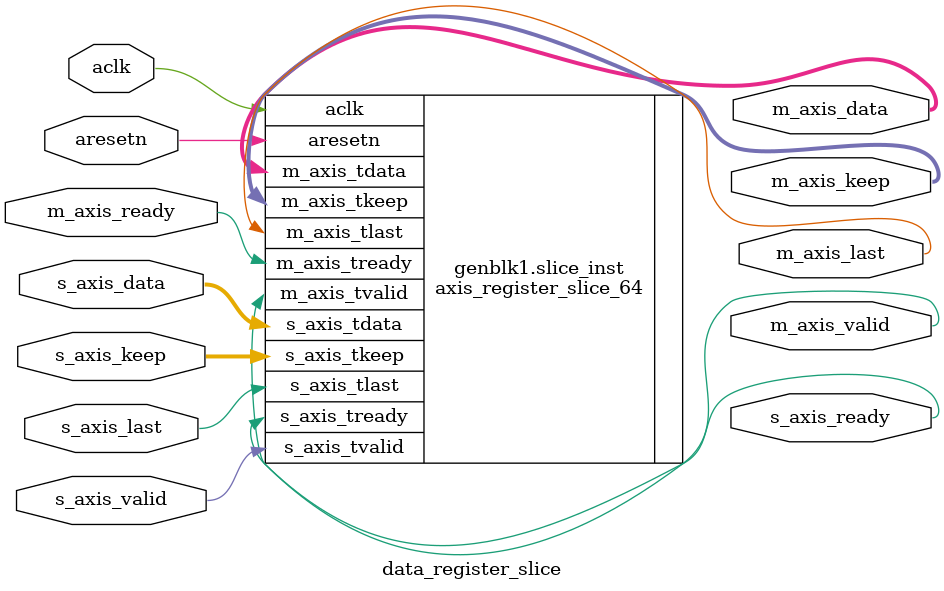
<source format=v>
/*
 * Copyright (c) 2019, Systems Group, ETH Zurich
 * All rights reserved.
 *
 * Redistribution and use in source and binary forms, with or without modification,
 * are permitted provided that the following conditions are met:
 *
 * 1. Redistributions of source code must retain the above copyright notice,
 * this list of conditions and the following disclaimer.
 * 2. Redistributions in binary form must reproduce the above copyright notice,
 * this list of conditions and the following disclaimer in the documentation
 * and/or other materials provided with the distribution.
 * 3. Neither the name of the copyright holder nor the names of its contributors
 * may be used to endorse or promote products derived from this software
 * without specific prior written permission.
 *
 * THIS SOFTWARE IS PROVIDED BY THE COPYRIGHT HOLDERS AND CONTRIBUTORS "AS IS" AND
 * ANY EXPRESS OR IMPLIED WARRANTIES, INCLUDING, BUT NOT LIMITED TO,
 * THE IMPLIED WARRANTIES OF MERCHANTABILITY AND FITNESS FOR A PARTICULAR PURPOSE ARE DISCLAIMED.
 * IN NO EVENT SHALL THE COPYRIGHT HOLDER OR CONTRIBUTORS BE LIABLE FOR ANY DIRECT, INDIRECT,
 * INCIDENTAL, SPECIAL, EXEMPLARY, OR CONSEQUENTIAL DAMAGES (INCLUDING, BUT NOT LIMITED TO,
 * PROCUREMENT OF SUBSTITUTE GOODS OR SERVICES; LOSS OF USE, DATA, OR PROFITS; OR BUSINESS INTERRUPTION)
 * HOWEVER CAUSED AND ON ANY THEORY OF LIABILITY, WHETHER IN CONTRACT, STRICT LIABILITY,
 * OR TORT (INCLUDING NEGLIGENCE OR OTHERWISE) ARISING IN ANY WAY OUT OF THE USE OF THIS SOFTWARE,
 * EVEN IF ADVISED OF THE POSSIBILITY OF SUCH DAMAGE.
 */

`timescale 1ns / 1ps

module data_register_slice #(
    parameter WIDTH    = 64
) (
    input  wire                          aclk,
    input  wire                          aresetn,
    input  wire                          s_axis_valid,
    output wire                          s_axis_ready,
    input  wire [WIDTH-1 : 0]            s_axis_data,
    input  wire [(WIDTH/8)-1 : 0]        s_axis_keep,
    input  wire                          s_axis_last,
    output wire                          m_axis_valid,
    input  wire                          m_axis_ready,
    output wire [WIDTH-1 : 0]            m_axis_data,
    output wire [(WIDTH/8)-1 : 0]        m_axis_keep,
    output wire                          m_axis_last
);


    generate
    
        if(WIDTH==64) begin
            axis_register_slice_64 slice_inst(
                .aclk(aclk),
                .aresetn(aresetn),
                .s_axis_tvalid(s_axis_valid),
                .s_axis_tready(s_axis_ready),
                .s_axis_tdata(s_axis_data),
                .s_axis_tkeep(s_axis_keep),
                .s_axis_tlast(s_axis_last),
                .m_axis_tvalid(m_axis_valid),
                .m_axis_tready(m_axis_ready),
                .m_axis_tdata(m_axis_data),
                .m_axis_tkeep(m_axis_keep),
                .m_axis_tlast(m_axis_last)
            );
        end
        
        if(WIDTH==128) begin
            axis_register_slice_128 slice_inst(
                .aclk(aclk),
                .aresetn(aresetn),
                .s_axis_tvalid(s_axis_valid),
                .s_axis_tready(s_axis_ready),
                .s_axis_tdata(s_axis_data),
                .s_axis_tkeep(s_axis_keep),
                .s_axis_tlast(s_axis_last),
                .m_axis_tvalid(m_axis_valid),
                .m_axis_tready(m_axis_ready),
                .m_axis_tdata(m_axis_data),
                .m_axis_tkeep(m_axis_keep),
                .m_axis_tlast(m_axis_last)
            );
        end

        if(WIDTH==256) begin
            axis_register_slice_256 slice_inst(
                .aclk(aclk),
                .aresetn(aresetn),
                .s_axis_tvalid(s_axis_valid),
                .s_axis_tready(s_axis_ready),
                .s_axis_tdata(s_axis_data),
                .s_axis_tkeep(s_axis_keep),
                .s_axis_tlast(s_axis_last),
                .m_axis_tvalid(m_axis_valid),
                .m_axis_tready(m_axis_ready),
                .m_axis_tdata(m_axis_data),
                .m_axis_tkeep(m_axis_keep),
                .m_axis_tlast(m_axis_last)
            );
        end
        
        if(WIDTH==512) begin
            axis_register_slice_512 slice_inst(
                .aclk(aclk),
                .aresetn(aresetn),
                .s_axis_tvalid(s_axis_valid),
                .s_axis_tready(s_axis_ready),
                .s_axis_tdata(s_axis_data),
                .s_axis_tkeep(s_axis_keep),
                .s_axis_tlast(s_axis_last),
                .m_axis_tvalid(m_axis_valid),
                .m_axis_tready(m_axis_ready),
                .m_axis_tdata(m_axis_data),
                .m_axis_tkeep(m_axis_keep),
                .m_axis_tlast(m_axis_last)
            );
        end

    endgenerate

endmodule
</source>
